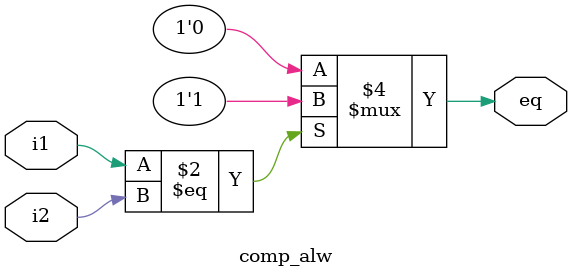
<source format=v>
module comp_alw (
    input wire i1,i2,
    output reg eq
);
always@(i1,i2)
begin
if (i1==i2)
eq=1'b1;
else
eq=1'b0;    
end
endmodule
</source>
